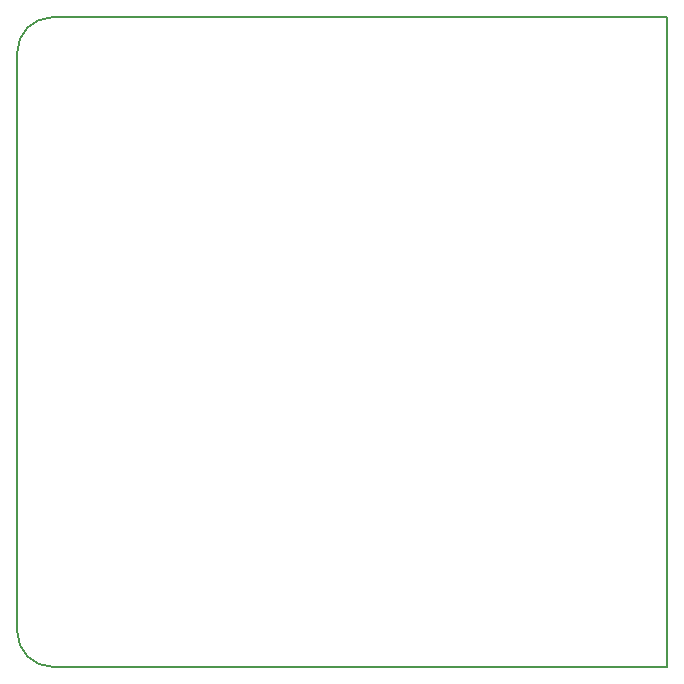
<source format=gko>
G04 DipTrace 3.3.1.0*
G04 GPIB-USBAR488v1.012Mar2019.GKO*
%MOIN*%
G04 #@! TF.FileFunction,Profile*
G04 #@! TF.Part,Single*
%ADD11C,0.005512*%
%FSLAX26Y26*%
G04*
G70*
G90*
G75*
G01*
G04 BoardOutline*
%LPD*%
X512126Y394016D2*
D11*
X2559370D1*
Y2559370D1*
X512126D1*
G03X394016Y2441260I-2J-118108D01*
G01*
Y512126D1*
G03X512126Y394016I118108J-2D01*
G01*
M02*

</source>
